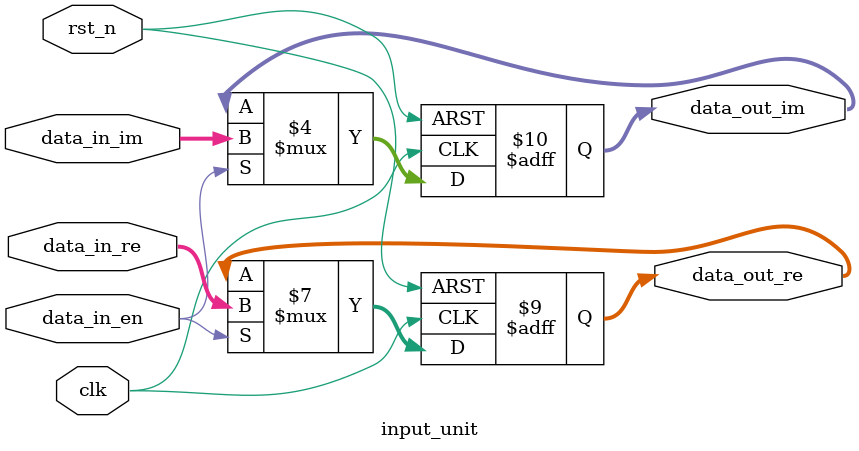
<source format=v>
`timescale 1ns/10ps

module input_unit #(parameter WIDTH = 10)(
	input  clk,
	input  rst_n,
	input  data_in_en,
	input  [WIDTH-1:0] data_in_re,
	input  [WIDTH-1:0] data_in_im,
	output reg [WIDTH-1:0] data_out_re,
	output reg [WIDTH-1:0] data_out_im
);

always@(posedge clk or negedge rst_n)
begin
  if(!rst_n)
  begin
    data_out_re <= 10'b0;
    data_out_im <= 10'b0;
  end
  else if(data_in_en)
  begin
    data_out_re <= data_in_re;
    data_out_im <= data_in_im;
  end
  else
  begin
    data_out_re <= data_out_re;
    data_out_im <= data_out_im;
  end
end

endmodule

</source>
